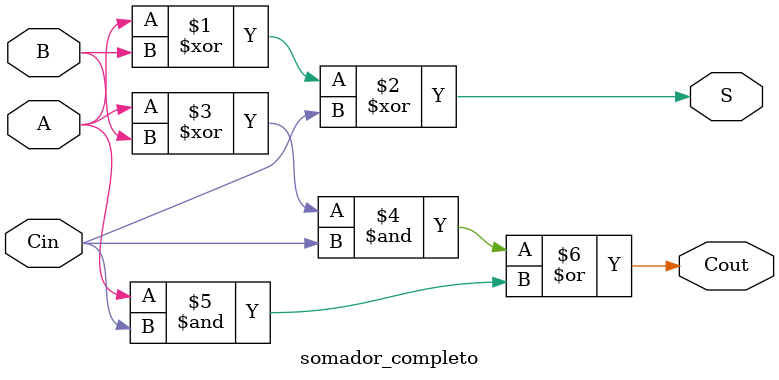
<source format=sv>
module somador_completo (input A, B, Cin, output S, Cout);

assign S = (A ^ B) ^ Cin;

assign Cout = (A ^ B) & Cin | (A & Cin);

endmodule 
</source>
